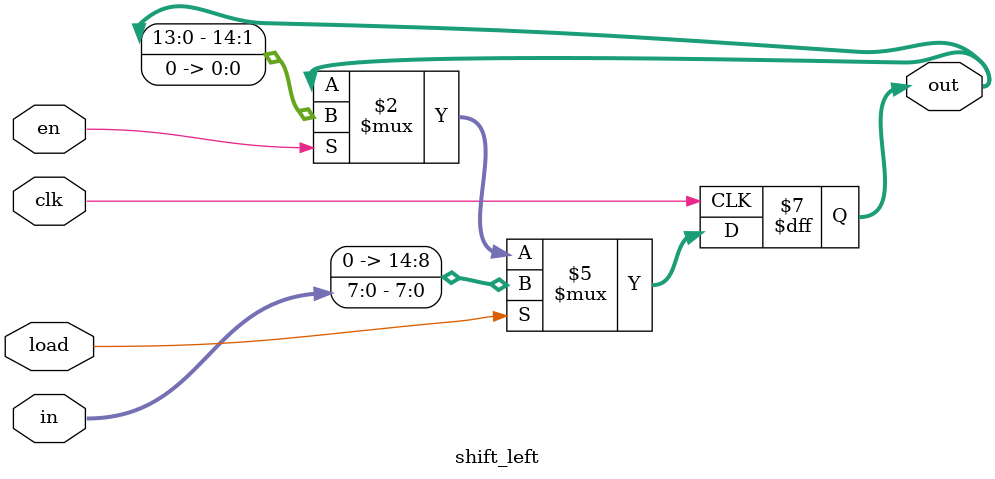
<source format=v>
/*******************************************************************************
File: shift_left.v
Authors: Bemen Girgis & Ziad Hassan
Description: This module takes in an 8-bit number and left shifts it by 1 bit on
             every clock cycle.
License: GPLv2 (see LICENSE file)
******************************************************************************/

module shift_left(
  input [7:0] in,
  output reg [14:0] out,
  input clk,
  input en,
  input load
  );

  always @(posedge clk) begin
    if (load) begin
      out <= in;
    end else if (en) begin
      out <= {out[13:0], 1'b0};
      end
  end
endmodule

</source>
